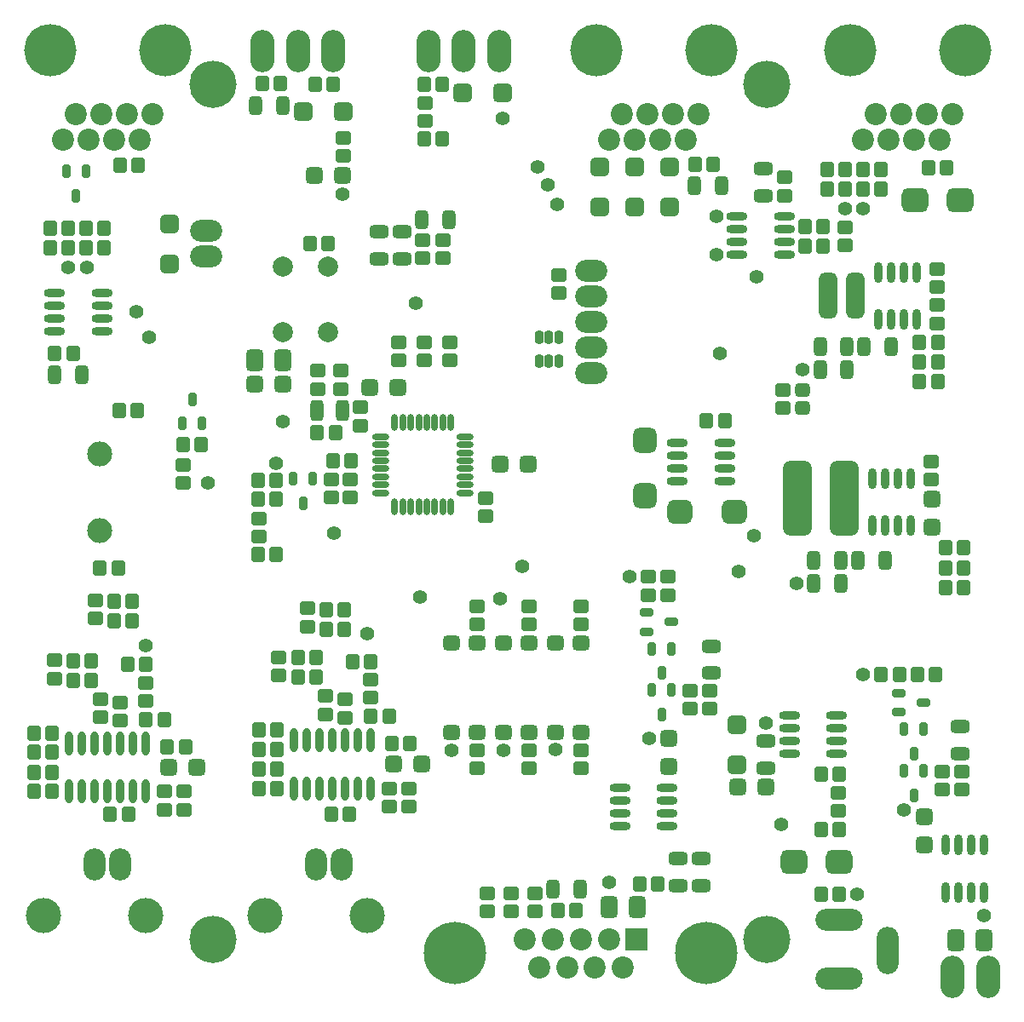
<source format=gbr>
%TF.GenerationSoftware,Altium Limited,Altium Designer,19.0.10 (269)*%
G04 Layer_Color=8388736*
%FSLAX45Y45*%
%MOMM*%
%TF.FileFunction,Soldermask,Top*%
%TF.Part,Single*%
G01*
G75*
%TA.AperFunction,ComponentPad*%
%ADD101C,2.20000*%
%ADD102C,5.20000*%
%ADD103O,4.70000X2.20000*%
%ADD104O,2.20000X4.70000*%
%ADD105O,2.40000X4.20000*%
%ADD106R,2.20000X2.20000*%
%ADD107C,6.20000*%
%ADD108C,2.00000*%
%ADD109C,2.48600*%
%ADD110O,2.20000X3.20000*%
%ADD111C,3.50000*%
%ADD112O,3.20000X2.20000*%
%ADD113C,4.70000*%
%TA.AperFunction,SMDPad,CuDef*%
%ADD129C,1.40000*%
G04:AMPARAMS|DCode=130|XSize=1.6mm|YSize=1.4mm|CornerRadius=0.4mm|HoleSize=0mm|Usage=FLASHONLY|Rotation=270.000|XOffset=0mm|YOffset=0mm|HoleType=Round|Shape=RoundedRectangle|*
%AMROUNDEDRECTD130*
21,1,1.60000,0.60000,0,0,270.0*
21,1,0.80000,1.40000,0,0,270.0*
1,1,0.80000,-0.30000,-0.40000*
1,1,0.80000,-0.30000,0.40000*
1,1,0.80000,0.30000,0.40000*
1,1,0.80000,0.30000,-0.40000*
%
%ADD130ROUNDEDRECTD130*%
%ADD131O,0.80000X2.10000*%
G04:AMPARAMS|DCode=132|XSize=1.724mm|YSize=1.724mm|CornerRadius=0.481mm|HoleSize=0mm|Usage=FLASHONLY|Rotation=90.000|XOffset=0mm|YOffset=0mm|HoleType=Round|Shape=RoundedRectangle|*
%AMROUNDEDRECTD132*
21,1,1.72400,0.76200,0,0,90.0*
21,1,0.76200,1.72400,0,0,90.0*
1,1,0.96200,0.38100,0.38100*
1,1,0.96200,0.38100,-0.38100*
1,1,0.96200,-0.38100,-0.38100*
1,1,0.96200,-0.38100,0.38100*
%
%ADD132ROUNDEDRECTD132*%
G04:AMPARAMS|DCode=133|XSize=1.6mm|YSize=1.4mm|CornerRadius=0.4mm|HoleSize=0mm|Usage=FLASHONLY|Rotation=180.000|XOffset=0mm|YOffset=0mm|HoleType=Round|Shape=RoundedRectangle|*
%AMROUNDEDRECTD133*
21,1,1.60000,0.60000,0,0,180.0*
21,1,0.80000,1.40000,0,0,180.0*
1,1,0.80000,-0.40000,0.30000*
1,1,0.80000,0.40000,0.30000*
1,1,0.80000,0.40000,-0.30000*
1,1,0.80000,-0.40000,-0.30000*
%
%ADD133ROUNDEDRECTD133*%
G04:AMPARAMS|DCode=134|XSize=0.8mm|YSize=1.35mm|CornerRadius=0.25mm|HoleSize=0mm|Usage=FLASHONLY|Rotation=0.000|XOffset=0mm|YOffset=0mm|HoleType=Round|Shape=RoundedRectangle|*
%AMROUNDEDRECTD134*
21,1,0.80000,0.85000,0,0,0.0*
21,1,0.30000,1.35000,0,0,0.0*
1,1,0.50000,0.15000,-0.42500*
1,1,0.50000,-0.15000,-0.42500*
1,1,0.50000,-0.15000,0.42500*
1,1,0.50000,0.15000,0.42500*
%
%ADD134ROUNDEDRECTD134*%
G04:AMPARAMS|DCode=135|XSize=0.8mm|YSize=1.35mm|CornerRadius=0.25mm|HoleSize=0mm|Usage=FLASHONLY|Rotation=90.000|XOffset=0mm|YOffset=0mm|HoleType=Round|Shape=RoundedRectangle|*
%AMROUNDEDRECTD135*
21,1,0.80000,0.85000,0,0,90.0*
21,1,0.30000,1.35000,0,0,90.0*
1,1,0.50000,0.42500,0.15000*
1,1,0.50000,0.42500,-0.15000*
1,1,0.50000,-0.42500,-0.15000*
1,1,0.50000,-0.42500,0.15000*
%
%ADD135ROUNDEDRECTD135*%
G04:AMPARAMS|DCode=136|XSize=1.724mm|YSize=2.232mm|CornerRadius=0.481mm|HoleSize=0mm|Usage=FLASHONLY|Rotation=180.000|XOffset=0mm|YOffset=0mm|HoleType=Round|Shape=RoundedRectangle|*
%AMROUNDEDRECTD136*
21,1,1.72400,1.27000,0,0,180.0*
21,1,0.76200,2.23200,0,0,180.0*
1,1,0.96200,-0.38100,0.63500*
1,1,0.96200,0.38100,0.63500*
1,1,0.96200,0.38100,-0.63500*
1,1,0.96200,-0.38100,-0.63500*
%
%ADD136ROUNDEDRECTD136*%
G04:AMPARAMS|DCode=137|XSize=1.9mm|YSize=1.3mm|CornerRadius=0.375mm|HoleSize=0mm|Usage=FLASHONLY|Rotation=90.000|XOffset=0mm|YOffset=0mm|HoleType=Round|Shape=RoundedRectangle|*
%AMROUNDEDRECTD137*
21,1,1.90000,0.55000,0,0,90.0*
21,1,1.15000,1.30000,0,0,90.0*
1,1,0.75000,0.27500,0.57500*
1,1,0.75000,0.27500,-0.57500*
1,1,0.75000,-0.27500,-0.57500*
1,1,0.75000,-0.27500,0.57500*
%
%ADD137ROUNDEDRECTD137*%
G04:AMPARAMS|DCode=138|XSize=1.9mm|YSize=1.3mm|CornerRadius=0.375mm|HoleSize=0mm|Usage=FLASHONLY|Rotation=0.000|XOffset=0mm|YOffset=0mm|HoleType=Round|Shape=RoundedRectangle|*
%AMROUNDEDRECTD138*
21,1,1.90000,0.55000,0,0,0.0*
21,1,1.15000,1.30000,0,0,0.0*
1,1,0.75000,0.57500,-0.27500*
1,1,0.75000,-0.57500,-0.27500*
1,1,0.75000,-0.57500,0.27500*
1,1,0.75000,0.57500,0.27500*
%
%ADD138ROUNDEDRECTD138*%
G04:AMPARAMS|DCode=139|XSize=4.5mm|YSize=1.8mm|CornerRadius=0.5mm|HoleSize=0mm|Usage=FLASHONLY|Rotation=90.000|XOffset=0mm|YOffset=0mm|HoleType=Round|Shape=RoundedRectangle|*
%AMROUNDEDRECTD139*
21,1,4.50000,0.80000,0,0,90.0*
21,1,3.50000,1.80000,0,0,90.0*
1,1,1.00000,0.40000,1.75000*
1,1,1.00000,0.40000,-1.75000*
1,1,1.00000,-0.40000,-1.75000*
1,1,1.00000,-0.40000,1.75000*
%
%ADD139ROUNDEDRECTD139*%
G04:AMPARAMS|DCode=140|XSize=1.5mm|YSize=1.4mm|CornerRadius=0.4mm|HoleSize=0mm|Usage=FLASHONLY|Rotation=0.000|XOffset=0mm|YOffset=0mm|HoleType=Round|Shape=RoundedRectangle|*
%AMROUNDEDRECTD140*
21,1,1.50000,0.60000,0,0,0.0*
21,1,0.70000,1.40000,0,0,0.0*
1,1,0.80000,0.35000,-0.30000*
1,1,0.80000,-0.35000,-0.30000*
1,1,0.80000,-0.35000,0.30000*
1,1,0.80000,0.35000,0.30000*
%
%ADD140ROUNDEDRECTD140*%
G04:AMPARAMS|DCode=141|XSize=2.486mm|YSize=2.3844mm|CornerRadius=0.6461mm|HoleSize=0mm|Usage=FLASHONLY|Rotation=270.000|XOffset=0mm|YOffset=0mm|HoleType=Round|Shape=RoundedRectangle|*
%AMROUNDEDRECTD141*
21,1,2.48600,1.09220,0,0,270.0*
21,1,1.19380,2.38440,0,0,270.0*
1,1,1.29220,-0.54610,-0.59690*
1,1,1.29220,-0.54610,0.59690*
1,1,1.29220,0.54610,0.59690*
1,1,1.29220,0.54610,-0.59690*
%
%ADD141ROUNDEDRECTD141*%
%ADD142O,2.10000X0.80000*%
G04:AMPARAMS|DCode=143|XSize=7.5mm|YSize=2.85mm|CornerRadius=0.7625mm|HoleSize=0mm|Usage=FLASHONLY|Rotation=90.000|XOffset=0mm|YOffset=0mm|HoleType=Round|Shape=RoundedRectangle|*
%AMROUNDEDRECTD143*
21,1,7.50000,1.32500,0,0,90.0*
21,1,5.97500,2.85000,0,0,90.0*
1,1,1.52500,0.66250,2.98750*
1,1,1.52500,0.66250,-2.98750*
1,1,1.52500,-0.66250,-2.98750*
1,1,1.52500,-0.66250,2.98750*
%
%ADD143ROUNDEDRECTD143*%
G04:AMPARAMS|DCode=144|XSize=2.486mm|YSize=2.3844mm|CornerRadius=0.6461mm|HoleSize=0mm|Usage=FLASHONLY|Rotation=0.000|XOffset=0mm|YOffset=0mm|HoleType=Round|Shape=RoundedRectangle|*
%AMROUNDEDRECTD144*
21,1,2.48600,1.09220,0,0,0.0*
21,1,1.19380,2.38440,0,0,0.0*
1,1,1.29220,0.59690,-0.54610*
1,1,1.29220,-0.59690,-0.54610*
1,1,1.29220,-0.59690,0.54610*
1,1,1.29220,0.59690,0.54610*
%
%ADD144ROUNDEDRECTD144*%
G04:AMPARAMS|DCode=145|XSize=1.93mm|YSize=1.87mm|CornerRadius=0.5175mm|HoleSize=0mm|Usage=FLASHONLY|Rotation=90.000|XOffset=0mm|YOffset=0mm|HoleType=Round|Shape=RoundedRectangle|*
%AMROUNDEDRECTD145*
21,1,1.93000,0.83500,0,0,90.0*
21,1,0.89500,1.87000,0,0,90.0*
1,1,1.03500,0.41750,0.44750*
1,1,1.03500,0.41750,-0.44750*
1,1,1.03500,-0.41750,-0.44750*
1,1,1.03500,-0.41750,0.44750*
%
%ADD145ROUNDEDRECTD145*%
G04:AMPARAMS|DCode=146|XSize=1.7mm|YSize=1.5mm|CornerRadius=0.425mm|HoleSize=0mm|Usage=FLASHONLY|Rotation=0.000|XOffset=0mm|YOffset=0mm|HoleType=Round|Shape=RoundedRectangle|*
%AMROUNDEDRECTD146*
21,1,1.70000,0.65000,0,0,0.0*
21,1,0.85000,1.50000,0,0,0.0*
1,1,0.85000,0.42500,-0.32500*
1,1,0.85000,-0.42500,-0.32500*
1,1,0.85000,-0.42500,0.32500*
1,1,0.85000,0.42500,0.32500*
%
%ADD146ROUNDEDRECTD146*%
%ADD147O,1.70000X0.70000*%
%ADD148O,0.70000X1.70000*%
G04:AMPARAMS|DCode=149|XSize=1.93mm|YSize=1.87mm|CornerRadius=0.5175mm|HoleSize=0mm|Usage=FLASHONLY|Rotation=0.000|XOffset=0mm|YOffset=0mm|HoleType=Round|Shape=RoundedRectangle|*
%AMROUNDEDRECTD149*
21,1,1.93000,0.83500,0,0,0.0*
21,1,0.89500,1.87000,0,0,0.0*
1,1,1.03500,0.44750,-0.41750*
1,1,1.03500,-0.44750,-0.41750*
1,1,1.03500,-0.44750,0.41750*
1,1,1.03500,0.44750,0.41750*
%
%ADD149ROUNDEDRECTD149*%
G04:AMPARAMS|DCode=150|XSize=1.724mm|YSize=1.724mm|CornerRadius=0.481mm|HoleSize=0mm|Usage=FLASHONLY|Rotation=0.000|XOffset=0mm|YOffset=0mm|HoleType=Round|Shape=RoundedRectangle|*
%AMROUNDEDRECTD150*
21,1,1.72400,0.76200,0,0,0.0*
21,1,0.76200,1.72400,0,0,0.0*
1,1,0.96200,0.38100,-0.38100*
1,1,0.96200,-0.38100,-0.38100*
1,1,0.96200,-0.38100,0.38100*
1,1,0.96200,0.38100,0.38100*
%
%ADD150ROUNDEDRECTD150*%
G04:AMPARAMS|DCode=151|XSize=2.4098mm|YSize=2.6638mm|CornerRadius=0.65245mm|HoleSize=0mm|Usage=FLASHONLY|Rotation=270.000|XOffset=0mm|YOffset=0mm|HoleType=Round|Shape=RoundedRectangle|*
%AMROUNDEDRECTD151*
21,1,2.40980,1.35890,0,0,270.0*
21,1,1.10490,2.66380,0,0,270.0*
1,1,1.30490,-0.67945,-0.55245*
1,1,1.30490,-0.67945,0.55245*
1,1,1.30490,0.67945,0.55245*
1,1,1.30490,0.67945,-0.55245*
%
%ADD151ROUNDEDRECTD151*%
G04:AMPARAMS|DCode=152|XSize=0.85mm|YSize=1.3mm|CornerRadius=0.2625mm|HoleSize=0mm|Usage=FLASHONLY|Rotation=180.000|XOffset=0mm|YOffset=0mm|HoleType=Round|Shape=RoundedRectangle|*
%AMROUNDEDRECTD152*
21,1,0.85000,0.77500,0,0,180.0*
21,1,0.32500,1.30000,0,0,180.0*
1,1,0.52500,-0.16250,0.38750*
1,1,0.52500,0.16250,0.38750*
1,1,0.52500,0.16250,-0.38750*
1,1,0.52500,-0.16250,-0.38750*
%
%ADD152ROUNDEDRECTD152*%
%ADD153O,0.80000X2.40000*%
G04:AMPARAMS|DCode=154|XSize=1.3mm|YSize=2.1mm|CornerRadius=0.375mm|HoleSize=0mm|Usage=FLASHONLY|Rotation=180.000|XOffset=0mm|YOffset=0mm|HoleType=Round|Shape=RoundedRectangle|*
%AMROUNDEDRECTD154*
21,1,1.30000,1.35000,0,0,180.0*
21,1,0.55000,2.10000,0,0,180.0*
1,1,0.75000,-0.27500,0.67500*
1,1,0.75000,0.27500,0.67500*
1,1,0.75000,0.27500,-0.67500*
1,1,0.75000,-0.27500,-0.67500*
%
%ADD154ROUNDEDRECTD154*%
D101*
X767601Y8694118D02*
D03*
X640601Y8948118D02*
D03*
X1402601D02*
D03*
X1275601Y8694118D02*
D03*
X513601D02*
D03*
X1021601D02*
D03*
X1148601Y8948118D02*
D03*
X894601D02*
D03*
X6318606D02*
D03*
X6572606D02*
D03*
X6445606Y8694118D02*
D03*
X5937606D02*
D03*
X6699606D02*
D03*
X6826606Y8948118D02*
D03*
X6064606D02*
D03*
X6191606Y8694118D02*
D03*
X8715606D02*
D03*
X8588606Y8948118D02*
D03*
X9350606D02*
D03*
X9223606Y8694118D02*
D03*
X8461606D02*
D03*
X8969606D02*
D03*
X9096606Y8948118D02*
D03*
X8842606D02*
D03*
X5103703Y750765D02*
D03*
X5242203Y466765D02*
D03*
X5380703Y750765D02*
D03*
X5519203Y466765D02*
D03*
X5657703Y750765D02*
D03*
X5796203Y466765D02*
D03*
X5934703Y750765D02*
D03*
X6073203Y466765D02*
D03*
D102*
X1529601Y9583118D02*
D03*
X386601D02*
D03*
X5810606D02*
D03*
X6953606D02*
D03*
X9477606D02*
D03*
X8334606D02*
D03*
D103*
X8226721Y357976D02*
D03*
Y937976D02*
D03*
D104*
X8706721Y637976D02*
D03*
D105*
X9701719Y377976D02*
D03*
X9351769D02*
D03*
X4144106Y9575619D02*
D03*
X4494056D02*
D03*
X4844056D02*
D03*
X3194051D02*
D03*
X2844051D02*
D03*
X2494101D02*
D03*
D106*
X6211703Y750765D02*
D03*
D107*
X6907203Y608765D02*
D03*
X4408203D02*
D03*
D108*
X3140880Y7433749D02*
D03*
Y6783749D02*
D03*
X2690880D02*
D03*
Y7433749D02*
D03*
D109*
X875720Y5572740D02*
D03*
Y4810740D02*
D03*
D110*
X3026719Y1495861D02*
D03*
X3280719D02*
D03*
X1080718D02*
D03*
X826718D02*
D03*
D111*
X3534719Y987861D02*
D03*
X2518719D02*
D03*
X318718D02*
D03*
X1334718D02*
D03*
D112*
X5759701Y7393439D02*
D03*
Y7139439D02*
D03*
Y6885439D02*
D03*
Y6631439D02*
D03*
Y6377439D02*
D03*
X1931444Y7789484D02*
D03*
Y7535484D02*
D03*
D113*
X7500000Y9250000D02*
D03*
X2000000Y750000D02*
D03*
Y9250000D02*
D03*
X7500000Y750000D02*
D03*
D129*
X2690880Y5895053D02*
D03*
X4856480Y4138000D02*
D03*
X5071902Y4459560D02*
D03*
X4061460Y4148160D02*
D03*
X5228340Y8429580D02*
D03*
X5327400Y8246700D02*
D03*
X5418840Y8053660D02*
D03*
X9662700Y982300D02*
D03*
X7796766Y4289541D02*
D03*
X8284766Y8015560D02*
D03*
X7857086Y6415039D02*
D03*
X7374640Y4761820D02*
D03*
X7222240Y4407661D02*
D03*
X6140060Y4351811D02*
D03*
X7039360Y6575380D02*
D03*
X7001260Y7933140D02*
D03*
X562360Y7428820D02*
D03*
X750320D02*
D03*
X1235460Y6989400D02*
D03*
X4882420Y8907100D02*
D03*
X3290446Y8155260D02*
D03*
X4367444Y2623140D02*
D03*
X4885440D02*
D03*
X5403436Y2631154D02*
D03*
X6334420Y2744690D02*
D03*
X7651500Y1894160D02*
D03*
X5934820Y1312500D02*
D03*
X3534719Y3786460D02*
D03*
X2629060Y5480089D02*
D03*
X1335320Y3667080D02*
D03*
X8461606Y8015560D02*
D03*
X7405120Y7332300D02*
D03*
X8464902Y3378722D02*
D03*
X7001260Y7552140D02*
D03*
X1946660Y5285400D02*
D03*
X8400881Y1197000D02*
D03*
X7491479Y2897102D02*
D03*
X3198880Y4782140D02*
D03*
X8871200Y2031640D02*
D03*
X4011680Y7070680D02*
D03*
X1367540Y6730320D02*
D03*
D130*
X2963480Y7664829D02*
D03*
X3143480D02*
D03*
X8821500Y3378722D02*
D03*
X8641500D02*
D03*
X1258601Y8447360D02*
D03*
X1078601D02*
D03*
X9282320Y4639581D02*
D03*
X9462320D02*
D03*
X9461980Y4442421D02*
D03*
X9281980D02*
D03*
X6794420Y8452213D02*
D03*
X6974420D02*
D03*
X9112340Y8416880D02*
D03*
X9292340D02*
D03*
X9023678Y6683807D02*
D03*
X9203678D02*
D03*
X9203338Y6486647D02*
D03*
X9023338D02*
D03*
X9203338Y6289487D02*
D03*
X9023338D02*
D03*
X7086880Y5899740D02*
D03*
X6906880D02*
D03*
X917000Y7621241D02*
D03*
X737000D02*
D03*
X737340Y7818400D02*
D03*
X917340D02*
D03*
X559540Y7813320D02*
D03*
X379540D02*
D03*
X379880Y7621241D02*
D03*
X559880D02*
D03*
X430140Y6575860D02*
D03*
X610140D02*
D03*
X4277560Y9247039D02*
D03*
X4097560D02*
D03*
X4097420Y8702320D02*
D03*
X4277420D02*
D03*
X2492620Y9252119D02*
D03*
X2672620D02*
D03*
X3192980Y9247039D02*
D03*
X3012980D02*
D03*
X8225631Y2386339D02*
D03*
X8045631D02*
D03*
X8225631Y1837080D02*
D03*
X8045631D02*
D03*
X8226721Y1195660D02*
D03*
X8046722D02*
D03*
X6242183Y1299800D02*
D03*
X6422183D02*
D03*
X5607900Y1032265D02*
D03*
X5427900D02*
D03*
X2449060Y5313409D02*
D03*
X2629060D02*
D03*
X878260Y4439240D02*
D03*
X1058260D02*
D03*
X789260Y3323561D02*
D03*
X609260D02*
D03*
X789260Y3515640D02*
D03*
X609260D02*
D03*
X2843338Y3546120D02*
D03*
X3023338D02*
D03*
X2843338Y3354041D02*
D03*
X3023338D02*
D03*
X1017360Y4110620D02*
D03*
X1197360D02*
D03*
X8284766Y8401640D02*
D03*
X8461606D02*
D03*
X8284426Y8204480D02*
D03*
X8461606D02*
D03*
X8104766Y8401640D02*
D03*
X8641606D02*
D03*
X3036020Y5783507D02*
D03*
X3216020D02*
D03*
X1247820Y6001340D02*
D03*
X1067820D02*
D03*
X1884260Y5668600D02*
D03*
X1704260D02*
D03*
X8641606Y8204480D02*
D03*
X8104426D02*
D03*
X1515320Y2931620D02*
D03*
X1335320D02*
D03*
X1726180Y2662340D02*
D03*
X1546180D02*
D03*
X400640Y2218040D02*
D03*
X220640D02*
D03*
X220300Y2607280D02*
D03*
X400300D02*
D03*
X3749398Y2962100D02*
D03*
X3569398D02*
D03*
X3960259Y2692820D02*
D03*
X3780259D02*
D03*
X2634718Y2248520D02*
D03*
X2454718D02*
D03*
X2454378Y2637760D02*
D03*
X2634378D02*
D03*
X9179020Y3378722D02*
D03*
X8999020D02*
D03*
X8065199Y7639686D02*
D03*
X7885199D02*
D03*
X8065199Y7836846D02*
D03*
X7885199D02*
D03*
X3306653Y4027760D02*
D03*
X3126653D02*
D03*
X9281980Y4245261D02*
D03*
X9461980D02*
D03*
X3192600Y5505489D02*
D03*
X3372600D02*
D03*
X2629060Y5121329D02*
D03*
X2449060D02*
D03*
X1158780Y1989540D02*
D03*
X978780D02*
D03*
X220300Y2410120D02*
D03*
X400300D02*
D03*
X1154980Y3480401D02*
D03*
X1334980D02*
D03*
X220300Y2799360D02*
D03*
X400300D02*
D03*
X1017360Y3913460D02*
D03*
X1197360D02*
D03*
X2629060Y4572069D02*
D03*
X2449060D02*
D03*
X3358178Y1988939D02*
D03*
X3178179D02*
D03*
X2454378Y2440600D02*
D03*
X2634378D02*
D03*
X3389058Y3510881D02*
D03*
X3569058D02*
D03*
X2454378Y2829840D02*
D03*
X2634378D02*
D03*
X3126653Y3830600D02*
D03*
X3306653D02*
D03*
D131*
X9662700Y1683440D02*
D03*
X9535700D02*
D03*
X9408700D02*
D03*
X9281700D02*
D03*
X9662700Y1213440D02*
D03*
X9535700D02*
D03*
X9408700D02*
D03*
X9281700D02*
D03*
X8931660Y5331300D02*
D03*
X8804660D02*
D03*
X8677660D02*
D03*
X8550660D02*
D03*
X8931660Y4861300D02*
D03*
X8804660D02*
D03*
X8677660D02*
D03*
X8550660D02*
D03*
X8995878Y7377447D02*
D03*
X8868878D02*
D03*
X8741878D02*
D03*
X8614878D02*
D03*
X8995878Y6907447D02*
D03*
X8868878D02*
D03*
X8741878D02*
D03*
X8614878D02*
D03*
D132*
X9068820Y1683440D02*
D03*
Y1962840D02*
D03*
X9144540Y4844360D02*
D03*
Y5123760D02*
D03*
X6533760Y2465290D02*
D03*
Y2744690D02*
D03*
D133*
X9443320Y2418602D02*
D03*
Y2238603D02*
D03*
X9246160Y2238943D02*
D03*
Y2418943D02*
D03*
X9136920Y5498380D02*
D03*
Y5318380D02*
D03*
X9201138Y7409907D02*
D03*
Y7229907D02*
D03*
Y7052727D02*
D03*
Y6872727D02*
D03*
X7661847Y6029168D02*
D03*
Y6209167D02*
D03*
X6522640Y4171812D02*
D03*
Y4351811D02*
D03*
X6325480Y4171812D02*
D03*
Y4351811D02*
D03*
X6935700Y3221512D02*
D03*
Y3041512D02*
D03*
X6738540Y3041852D02*
D03*
Y3221852D02*
D03*
X5657600Y4059252D02*
D03*
Y3879253D02*
D03*
X5139440Y4059252D02*
D03*
Y3879253D02*
D03*
X4621646Y4059252D02*
D03*
Y3879253D02*
D03*
X4107240Y9064580D02*
D03*
Y8884580D02*
D03*
X3298066Y8715790D02*
D03*
Y8535790D02*
D03*
X4621646Y2625680D02*
D03*
Y2445680D02*
D03*
X5139440Y2625680D02*
D03*
Y2445680D02*
D03*
X5655099Y2625680D02*
D03*
Y2445680D02*
D03*
X8215811Y2024080D02*
D03*
Y2204079D02*
D03*
X5200400Y1207185D02*
D03*
Y1027185D02*
D03*
X4965140Y1207185D02*
D03*
Y1027185D02*
D03*
X4725900D02*
D03*
Y1207185D02*
D03*
X2944733Y3857580D02*
D03*
Y4037580D02*
D03*
X835440Y3940440D02*
D03*
Y4120440D02*
D03*
X5439160Y7171460D02*
D03*
Y7351460D02*
D03*
X8284426Y7647600D02*
D03*
Y7827600D02*
D03*
X3844292Y6503549D02*
D03*
Y6683548D02*
D03*
X4097332Y6503549D02*
D03*
Y6683548D02*
D03*
X4357120D02*
D03*
Y6503549D02*
D03*
X1705660Y5285400D02*
D03*
Y5465400D02*
D03*
X1715060Y2217220D02*
D03*
Y2037220D02*
D03*
X1517900Y2036880D02*
D03*
Y2216880D02*
D03*
X1335320Y3118141D02*
D03*
Y3298141D02*
D03*
X1080520Y3101800D02*
D03*
Y2921800D02*
D03*
X3949138Y2247700D02*
D03*
Y2067700D02*
D03*
X3751979Y2067360D02*
D03*
Y2247360D02*
D03*
X3569398Y3148621D02*
D03*
Y3328621D02*
D03*
X3314598Y3132280D02*
D03*
Y2952280D02*
D03*
X2458880Y4933989D02*
D03*
Y4753989D02*
D03*
X4283280Y7518060D02*
D03*
Y7698060D02*
D03*
X421920Y3520380D02*
D03*
Y3340380D02*
D03*
X2655998Y3550860D02*
D03*
Y3370860D02*
D03*
X3462260Y6035747D02*
D03*
Y5855747D02*
D03*
X4709799Y4955489D02*
D03*
Y5135489D02*
D03*
X3367860Y5143229D02*
D03*
Y5323229D02*
D03*
X3270180Y6398807D02*
D03*
Y6218807D02*
D03*
X7682446Y8140940D02*
D03*
Y8320940D02*
D03*
X4086120Y7698060D02*
D03*
Y7518060D02*
D03*
X3175780Y5143229D02*
D03*
Y5323229D02*
D03*
X883360Y3135740D02*
D03*
Y2955740D02*
D03*
X3041100Y6398807D02*
D03*
Y6218807D02*
D03*
X3117439Y3166220D02*
D03*
Y2986220D02*
D03*
D134*
X8967720Y2180183D02*
D03*
X8871200Y2421483D02*
D03*
X9064240D02*
D03*
X8967720Y2593242D02*
D03*
X8871200Y2834542D02*
D03*
X9064240D02*
D03*
X6460100Y3396152D02*
D03*
X6363580Y3637452D02*
D03*
X6556620D02*
D03*
X6460100Y2983092D02*
D03*
X6363580Y3224392D02*
D03*
X6556620D02*
D03*
X638560Y8140020D02*
D03*
X542040Y8381320D02*
D03*
X735080D02*
D03*
X2897340Y5084809D02*
D03*
X2800820Y5326109D02*
D03*
X2993860D02*
D03*
X1697740Y5874777D02*
D03*
X1890780D02*
D03*
X1794260Y6116077D02*
D03*
D135*
X9061700Y3100282D02*
D03*
X8820400Y3003762D02*
D03*
Y3196802D02*
D03*
X6554080Y3903192D02*
D03*
X6312780Y3806672D02*
D03*
Y3999712D02*
D03*
D136*
X9383300Y741781D02*
D03*
X9662700D02*
D03*
X2411480Y6504349D02*
D03*
X2690880D02*
D03*
X6214220Y1071200D02*
D03*
X5934820D02*
D03*
D137*
X8407660Y4517180D02*
D03*
X8677660D02*
D03*
X8241740Y4289541D02*
D03*
X7971740D02*
D03*
X8241740Y4517180D02*
D03*
X7971740D02*
D03*
X8469718Y6642687D02*
D03*
X8739718D02*
D03*
X8303798D02*
D03*
X8033799D02*
D03*
X8303798Y6415047D02*
D03*
X8033799D02*
D03*
X7058620Y8239813D02*
D03*
X6788620D02*
D03*
X694340Y6363460D02*
D03*
X424340D02*
D03*
X2697426Y9039720D02*
D03*
X2427426D02*
D03*
X5652900Y1243920D02*
D03*
X5382900D02*
D03*
X4345580Y7900300D02*
D03*
X4075580D02*
D03*
D138*
X7470046Y8405480D02*
D03*
Y8135480D02*
D03*
X6950940Y3393232D02*
D03*
Y3663232D02*
D03*
X3878800Y7512260D02*
D03*
Y7782260D02*
D03*
X7494020Y2450040D02*
D03*
Y2720040D02*
D03*
X6852063Y1284180D02*
D03*
Y1554180D02*
D03*
X6624423Y1284180D02*
D03*
Y1554180D02*
D03*
X3651160Y7512260D02*
D03*
Y7782260D02*
D03*
X9428080Y2860322D02*
D03*
Y2590322D02*
D03*
D139*
X8386668Y7147935D02*
D03*
X8116648Y7148359D02*
D03*
D140*
X7856466Y6207727D02*
D03*
Y6027727D02*
D03*
D141*
X6296222Y5707970D02*
D03*
Y5161870D02*
D03*
D142*
X7086880Y5305380D02*
D03*
Y5432380D02*
D03*
Y5559380D02*
D03*
Y5686380D02*
D03*
X6616880Y5305380D02*
D03*
Y5432380D02*
D03*
Y5559380D02*
D03*
Y5686380D02*
D03*
X428960Y7042740D02*
D03*
Y6915740D02*
D03*
Y6788740D02*
D03*
X898960Y7169740D02*
D03*
Y7042740D02*
D03*
Y6915740D02*
D03*
Y6788740D02*
D03*
X428960Y7169740D02*
D03*
X6046820Y2252411D02*
D03*
Y2125411D02*
D03*
Y1998411D02*
D03*
Y1871411D02*
D03*
X6516820Y2252411D02*
D03*
Y2125411D02*
D03*
Y1998411D02*
D03*
Y1871411D02*
D03*
X8201541Y2594000D02*
D03*
Y2721000D02*
D03*
Y2848000D02*
D03*
Y2975000D02*
D03*
X7731541Y2594000D02*
D03*
Y2721000D02*
D03*
Y2848000D02*
D03*
Y2975000D02*
D03*
X7211606Y7933140D02*
D03*
Y7806140D02*
D03*
Y7679140D02*
D03*
Y7552140D02*
D03*
X7681606Y7933140D02*
D03*
Y7806140D02*
D03*
Y7679140D02*
D03*
Y7552140D02*
D03*
D143*
X7805650Y5132650D02*
D03*
X8270470Y5130110D02*
D03*
D144*
X6636770Y5001182D02*
D03*
X7182870D02*
D03*
D145*
X7209540Y2882811D02*
D03*
Y2481491D02*
D03*
X6535960Y8429353D02*
D03*
Y8028033D02*
D03*
X6191000Y8429353D02*
D03*
Y8028033D02*
D03*
X5846040Y8429353D02*
D03*
Y8028033D02*
D03*
X1566244Y7863154D02*
D03*
Y7461834D02*
D03*
D146*
X5403436Y2800845D02*
D03*
X5657436D02*
D03*
Y3697845D02*
D03*
X5403436D02*
D03*
X4885440D02*
D03*
X5139440D02*
D03*
Y2800845D02*
D03*
X4885440D02*
D03*
X4367444D02*
D03*
X4621444D02*
D03*
Y3697845D02*
D03*
X4367444D02*
D03*
D147*
X3666140Y5745489D02*
D03*
Y5665489D02*
D03*
Y5585489D02*
D03*
Y5505489D02*
D03*
Y5425489D02*
D03*
Y5345489D02*
D03*
Y5265489D02*
D03*
Y5185488D02*
D03*
X4506140D02*
D03*
Y5265489D02*
D03*
Y5345489D02*
D03*
Y5425489D02*
D03*
Y5505489D02*
D03*
Y5585489D02*
D03*
Y5665489D02*
D03*
Y5745489D02*
D03*
D148*
X3806140Y5045489D02*
D03*
X3886140D02*
D03*
X3966140D02*
D03*
X4046140D02*
D03*
X4126140D02*
D03*
X4206140D02*
D03*
X4286140D02*
D03*
X4366140D02*
D03*
Y5885489D02*
D03*
X4286140D02*
D03*
X4206140D02*
D03*
X4126140D02*
D03*
X4046140D02*
D03*
X3966140D02*
D03*
X3886140D02*
D03*
X3806140D02*
D03*
D149*
X4882420Y9162739D02*
D03*
X4481100D02*
D03*
X3298066Y8978279D02*
D03*
X2896746D02*
D03*
D150*
X3011046Y8341170D02*
D03*
X3290446D02*
D03*
X7491479Y2258923D02*
D03*
X7212079D02*
D03*
X5134360Y5470480D02*
D03*
X4854960D02*
D03*
X2411480Y6266549D02*
D03*
X2690880D02*
D03*
X3841020Y6230367D02*
D03*
X3561620D02*
D03*
X1843020Y2457560D02*
D03*
X1563620D02*
D03*
X4077099Y2488040D02*
D03*
X3797699D02*
D03*
D151*
X7779247Y1517040D02*
D03*
X8226287D02*
D03*
X8978650Y8095260D02*
D03*
X9425690D02*
D03*
D152*
X5245100Y6732579D02*
D03*
X5340100D02*
D03*
X5435100D02*
D03*
Y6492579D02*
D03*
X5340100D02*
D03*
X5245100D02*
D03*
D153*
X1335320Y2698040D02*
D03*
X1208320D02*
D03*
X1081320D02*
D03*
X954320D02*
D03*
X827320D02*
D03*
X700320D02*
D03*
X573320D02*
D03*
X1335320Y2218040D02*
D03*
X1208320D02*
D03*
X1081320D02*
D03*
X954320D02*
D03*
X827320D02*
D03*
X700320D02*
D03*
X573320D02*
D03*
X3569399Y2728520D02*
D03*
X3442399D02*
D03*
X3315399D02*
D03*
X3188399D02*
D03*
X3061399D02*
D03*
X2934399D02*
D03*
X2807399D02*
D03*
X3569399Y2248520D02*
D03*
X3442399D02*
D03*
X3315399D02*
D03*
X3188399D02*
D03*
X3061399D02*
D03*
X2934399D02*
D03*
X2807399D02*
D03*
D154*
X3032210Y6006067D02*
D03*
X3283670D02*
D03*
%TF.MD5,14f0631772492107c488da12c139c8bd*%
M02*

</source>
